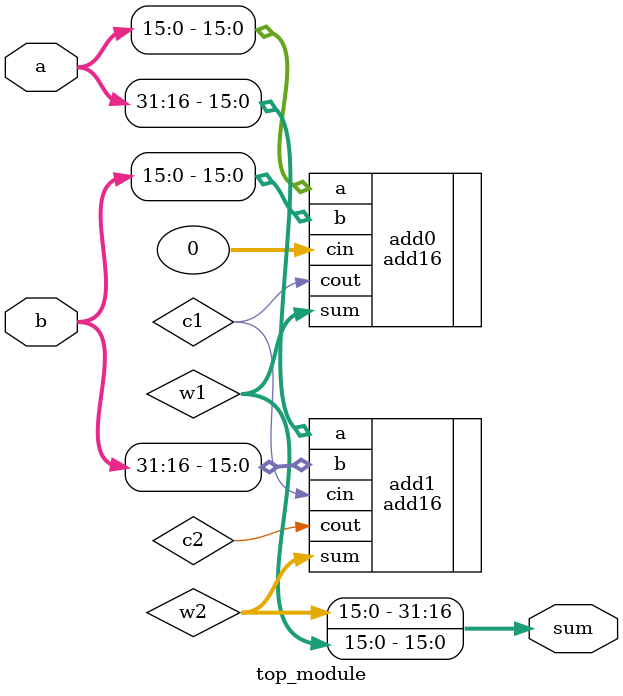
<source format=v>
module top_module(
    input [31:0] a,
    input [31:0] b,
    output [31:0] sum
);
    wire c1,c2;
    wire [15:0] w1,w2;
    add16 add0(.a(a[15:0]),.b(b[15:0]),.cin(0),.sum(w1),.cout(c1));
    add16 add1(.a(a[31:16]),.b(b[31:16]),.cin(c1),.sum(w2),.cout(c2));
    assign sum={w2,w1};

endmodule

</source>
